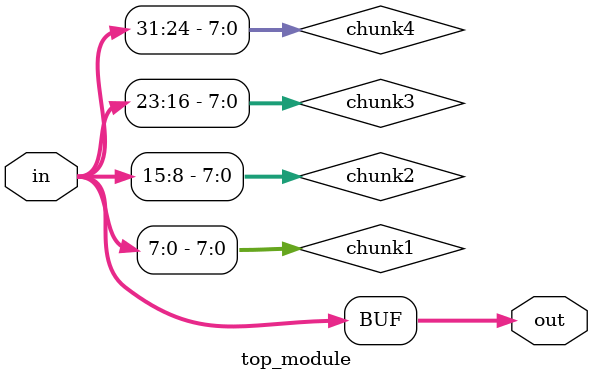
<source format=sv>
module top_module (
    input [31:0] in,
    output [31:0] out
);

    wire [7:0] chunk1;
    wire [7:0] chunk2;
    wire [7:0] chunk3;
    wire [7:0] chunk4;
    
    assign chunk1 = in[7:0];
    assign chunk2 = in[15:8];
    assign chunk3 = in[23:16];
    assign chunk4 = in[31:24];
    
    assign out = {chunk4, chunk3, chunk2, chunk1};
    
endmodule

</source>
